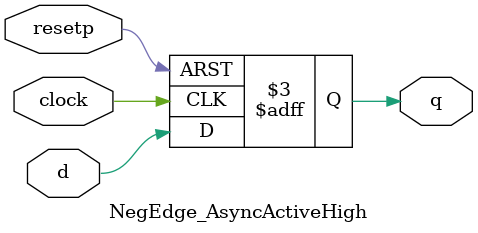
<source format=v>

module NegEdge_AsyncActiveHigh(d, clock, resetp, q);
    input d, clock, resetp;
    output reg q;
	 
    always@(negedge clock, posedge resetp) 
        begin
            if (resetp == 1'b1)
                q <= 0; 
            else
                q <= d;
        end
endmodule

</source>
